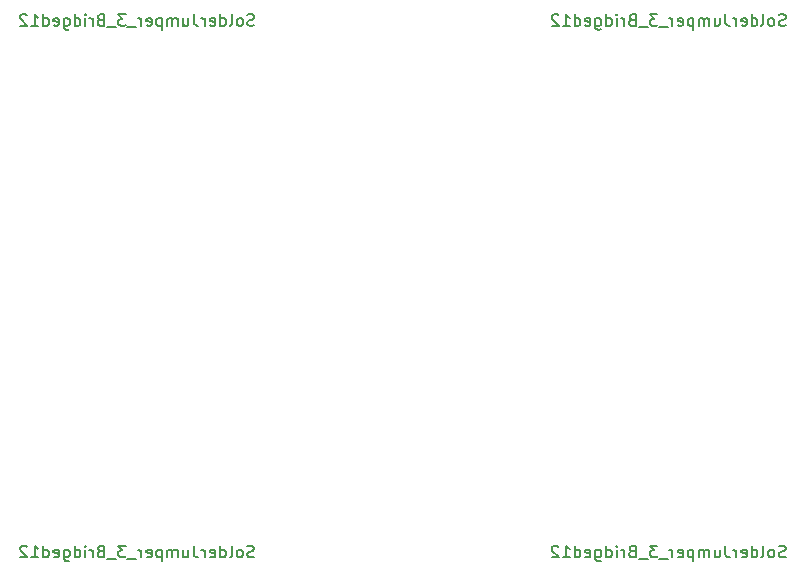
<source format=gbr>
%TF.GenerationSoftware,KiCad,Pcbnew,8.99.0-2433-g53022ab347*%
%TF.CreationDate,2024-09-29T16:39:53+02:00*%
%TF.ProjectId,BlinkyLoopSAO_2x2_panel,426c696e-6b79-44c6-9f6f-7053414f5f32,1.0*%
%TF.SameCoordinates,PX2faf080PY2faf080*%
%TF.FileFunction,AssemblyDrawing,Bot*%
%FSLAX46Y46*%
G04 Gerber Fmt 4.6, Leading zero omitted, Abs format (unit mm)*
G04 Created by KiCad (PCBNEW 8.99.0-2433-g53022ab347) date 2024-09-29 16:39:53*
%MOMM*%
%LPD*%
G01*
G04 APERTURE LIST*
%ADD10C,0.150000*%
G04 APERTURE END LIST*
D10*
X39704762Y-20807200D02*
X39561905Y-20854819D01*
X39561905Y-20854819D02*
X39323810Y-20854819D01*
X39323810Y-20854819D02*
X39228572Y-20807200D01*
X39228572Y-20807200D02*
X39180953Y-20759580D01*
X39180953Y-20759580D02*
X39133334Y-20664342D01*
X39133334Y-20664342D02*
X39133334Y-20569104D01*
X39133334Y-20569104D02*
X39180953Y-20473866D01*
X39180953Y-20473866D02*
X39228572Y-20426247D01*
X39228572Y-20426247D02*
X39323810Y-20378628D01*
X39323810Y-20378628D02*
X39514286Y-20331009D01*
X39514286Y-20331009D02*
X39609524Y-20283390D01*
X39609524Y-20283390D02*
X39657143Y-20235771D01*
X39657143Y-20235771D02*
X39704762Y-20140533D01*
X39704762Y-20140533D02*
X39704762Y-20045295D01*
X39704762Y-20045295D02*
X39657143Y-19950057D01*
X39657143Y-19950057D02*
X39609524Y-19902438D01*
X39609524Y-19902438D02*
X39514286Y-19854819D01*
X39514286Y-19854819D02*
X39276191Y-19854819D01*
X39276191Y-19854819D02*
X39133334Y-19902438D01*
X38561905Y-20854819D02*
X38657143Y-20807200D01*
X38657143Y-20807200D02*
X38704762Y-20759580D01*
X38704762Y-20759580D02*
X38752381Y-20664342D01*
X38752381Y-20664342D02*
X38752381Y-20378628D01*
X38752381Y-20378628D02*
X38704762Y-20283390D01*
X38704762Y-20283390D02*
X38657143Y-20235771D01*
X38657143Y-20235771D02*
X38561905Y-20188152D01*
X38561905Y-20188152D02*
X38419048Y-20188152D01*
X38419048Y-20188152D02*
X38323810Y-20235771D01*
X38323810Y-20235771D02*
X38276191Y-20283390D01*
X38276191Y-20283390D02*
X38228572Y-20378628D01*
X38228572Y-20378628D02*
X38228572Y-20664342D01*
X38228572Y-20664342D02*
X38276191Y-20759580D01*
X38276191Y-20759580D02*
X38323810Y-20807200D01*
X38323810Y-20807200D02*
X38419048Y-20854819D01*
X38419048Y-20854819D02*
X38561905Y-20854819D01*
X37657143Y-20854819D02*
X37752381Y-20807200D01*
X37752381Y-20807200D02*
X37800000Y-20711961D01*
X37800000Y-20711961D02*
X37800000Y-19854819D01*
X36847619Y-20854819D02*
X36847619Y-19854819D01*
X36847619Y-20807200D02*
X36942857Y-20854819D01*
X36942857Y-20854819D02*
X37133333Y-20854819D01*
X37133333Y-20854819D02*
X37228571Y-20807200D01*
X37228571Y-20807200D02*
X37276190Y-20759580D01*
X37276190Y-20759580D02*
X37323809Y-20664342D01*
X37323809Y-20664342D02*
X37323809Y-20378628D01*
X37323809Y-20378628D02*
X37276190Y-20283390D01*
X37276190Y-20283390D02*
X37228571Y-20235771D01*
X37228571Y-20235771D02*
X37133333Y-20188152D01*
X37133333Y-20188152D02*
X36942857Y-20188152D01*
X36942857Y-20188152D02*
X36847619Y-20235771D01*
X35990476Y-20807200D02*
X36085714Y-20854819D01*
X36085714Y-20854819D02*
X36276190Y-20854819D01*
X36276190Y-20854819D02*
X36371428Y-20807200D01*
X36371428Y-20807200D02*
X36419047Y-20711961D01*
X36419047Y-20711961D02*
X36419047Y-20331009D01*
X36419047Y-20331009D02*
X36371428Y-20235771D01*
X36371428Y-20235771D02*
X36276190Y-20188152D01*
X36276190Y-20188152D02*
X36085714Y-20188152D01*
X36085714Y-20188152D02*
X35990476Y-20235771D01*
X35990476Y-20235771D02*
X35942857Y-20331009D01*
X35942857Y-20331009D02*
X35942857Y-20426247D01*
X35942857Y-20426247D02*
X36419047Y-20521485D01*
X35514285Y-20854819D02*
X35514285Y-20188152D01*
X35514285Y-20378628D02*
X35466666Y-20283390D01*
X35466666Y-20283390D02*
X35419047Y-20235771D01*
X35419047Y-20235771D02*
X35323809Y-20188152D01*
X35323809Y-20188152D02*
X35228571Y-20188152D01*
X34609523Y-19854819D02*
X34609523Y-20569104D01*
X34609523Y-20569104D02*
X34657142Y-20711961D01*
X34657142Y-20711961D02*
X34752380Y-20807200D01*
X34752380Y-20807200D02*
X34895237Y-20854819D01*
X34895237Y-20854819D02*
X34990475Y-20854819D01*
X33704761Y-20188152D02*
X33704761Y-20854819D01*
X34133332Y-20188152D02*
X34133332Y-20711961D01*
X34133332Y-20711961D02*
X34085713Y-20807200D01*
X34085713Y-20807200D02*
X33990475Y-20854819D01*
X33990475Y-20854819D02*
X33847618Y-20854819D01*
X33847618Y-20854819D02*
X33752380Y-20807200D01*
X33752380Y-20807200D02*
X33704761Y-20759580D01*
X33228570Y-20854819D02*
X33228570Y-20188152D01*
X33228570Y-20283390D02*
X33180951Y-20235771D01*
X33180951Y-20235771D02*
X33085713Y-20188152D01*
X33085713Y-20188152D02*
X32942856Y-20188152D01*
X32942856Y-20188152D02*
X32847618Y-20235771D01*
X32847618Y-20235771D02*
X32799999Y-20331009D01*
X32799999Y-20331009D02*
X32799999Y-20854819D01*
X32799999Y-20331009D02*
X32752380Y-20235771D01*
X32752380Y-20235771D02*
X32657142Y-20188152D01*
X32657142Y-20188152D02*
X32514285Y-20188152D01*
X32514285Y-20188152D02*
X32419046Y-20235771D01*
X32419046Y-20235771D02*
X32371427Y-20331009D01*
X32371427Y-20331009D02*
X32371427Y-20854819D01*
X31895237Y-20188152D02*
X31895237Y-21188152D01*
X31895237Y-20235771D02*
X31799999Y-20188152D01*
X31799999Y-20188152D02*
X31609523Y-20188152D01*
X31609523Y-20188152D02*
X31514285Y-20235771D01*
X31514285Y-20235771D02*
X31466666Y-20283390D01*
X31466666Y-20283390D02*
X31419047Y-20378628D01*
X31419047Y-20378628D02*
X31419047Y-20664342D01*
X31419047Y-20664342D02*
X31466666Y-20759580D01*
X31466666Y-20759580D02*
X31514285Y-20807200D01*
X31514285Y-20807200D02*
X31609523Y-20854819D01*
X31609523Y-20854819D02*
X31799999Y-20854819D01*
X31799999Y-20854819D02*
X31895237Y-20807200D01*
X30609523Y-20807200D02*
X30704761Y-20854819D01*
X30704761Y-20854819D02*
X30895237Y-20854819D01*
X30895237Y-20854819D02*
X30990475Y-20807200D01*
X30990475Y-20807200D02*
X31038094Y-20711961D01*
X31038094Y-20711961D02*
X31038094Y-20331009D01*
X31038094Y-20331009D02*
X30990475Y-20235771D01*
X30990475Y-20235771D02*
X30895237Y-20188152D01*
X30895237Y-20188152D02*
X30704761Y-20188152D01*
X30704761Y-20188152D02*
X30609523Y-20235771D01*
X30609523Y-20235771D02*
X30561904Y-20331009D01*
X30561904Y-20331009D02*
X30561904Y-20426247D01*
X30561904Y-20426247D02*
X31038094Y-20521485D01*
X30133332Y-20854819D02*
X30133332Y-20188152D01*
X30133332Y-20378628D02*
X30085713Y-20283390D01*
X30085713Y-20283390D02*
X30038094Y-20235771D01*
X30038094Y-20235771D02*
X29942856Y-20188152D01*
X29942856Y-20188152D02*
X29847618Y-20188152D01*
X29752380Y-20950057D02*
X28990475Y-20950057D01*
X28847617Y-19854819D02*
X28228570Y-19854819D01*
X28228570Y-19854819D02*
X28561903Y-20235771D01*
X28561903Y-20235771D02*
X28419046Y-20235771D01*
X28419046Y-20235771D02*
X28323808Y-20283390D01*
X28323808Y-20283390D02*
X28276189Y-20331009D01*
X28276189Y-20331009D02*
X28228570Y-20426247D01*
X28228570Y-20426247D02*
X28228570Y-20664342D01*
X28228570Y-20664342D02*
X28276189Y-20759580D01*
X28276189Y-20759580D02*
X28323808Y-20807200D01*
X28323808Y-20807200D02*
X28419046Y-20854819D01*
X28419046Y-20854819D02*
X28704760Y-20854819D01*
X28704760Y-20854819D02*
X28799998Y-20807200D01*
X28799998Y-20807200D02*
X28847617Y-20759580D01*
X28038094Y-20950057D02*
X27276189Y-20950057D01*
X26704760Y-20331009D02*
X26561903Y-20378628D01*
X26561903Y-20378628D02*
X26514284Y-20426247D01*
X26514284Y-20426247D02*
X26466665Y-20521485D01*
X26466665Y-20521485D02*
X26466665Y-20664342D01*
X26466665Y-20664342D02*
X26514284Y-20759580D01*
X26514284Y-20759580D02*
X26561903Y-20807200D01*
X26561903Y-20807200D02*
X26657141Y-20854819D01*
X26657141Y-20854819D02*
X27038093Y-20854819D01*
X27038093Y-20854819D02*
X27038093Y-19854819D01*
X27038093Y-19854819D02*
X26704760Y-19854819D01*
X26704760Y-19854819D02*
X26609522Y-19902438D01*
X26609522Y-19902438D02*
X26561903Y-19950057D01*
X26561903Y-19950057D02*
X26514284Y-20045295D01*
X26514284Y-20045295D02*
X26514284Y-20140533D01*
X26514284Y-20140533D02*
X26561903Y-20235771D01*
X26561903Y-20235771D02*
X26609522Y-20283390D01*
X26609522Y-20283390D02*
X26704760Y-20331009D01*
X26704760Y-20331009D02*
X27038093Y-20331009D01*
X26038093Y-20854819D02*
X26038093Y-20188152D01*
X26038093Y-20378628D02*
X25990474Y-20283390D01*
X25990474Y-20283390D02*
X25942855Y-20235771D01*
X25942855Y-20235771D02*
X25847617Y-20188152D01*
X25847617Y-20188152D02*
X25752379Y-20188152D01*
X25419045Y-20854819D02*
X25419045Y-20188152D01*
X25419045Y-19854819D02*
X25466664Y-19902438D01*
X25466664Y-19902438D02*
X25419045Y-19950057D01*
X25419045Y-19950057D02*
X25371426Y-19902438D01*
X25371426Y-19902438D02*
X25419045Y-19854819D01*
X25419045Y-19854819D02*
X25419045Y-19950057D01*
X24514284Y-20854819D02*
X24514284Y-19854819D01*
X24514284Y-20807200D02*
X24609522Y-20854819D01*
X24609522Y-20854819D02*
X24799998Y-20854819D01*
X24799998Y-20854819D02*
X24895236Y-20807200D01*
X24895236Y-20807200D02*
X24942855Y-20759580D01*
X24942855Y-20759580D02*
X24990474Y-20664342D01*
X24990474Y-20664342D02*
X24990474Y-20378628D01*
X24990474Y-20378628D02*
X24942855Y-20283390D01*
X24942855Y-20283390D02*
X24895236Y-20235771D01*
X24895236Y-20235771D02*
X24799998Y-20188152D01*
X24799998Y-20188152D02*
X24609522Y-20188152D01*
X24609522Y-20188152D02*
X24514284Y-20235771D01*
X23609522Y-20188152D02*
X23609522Y-20997676D01*
X23609522Y-20997676D02*
X23657141Y-21092914D01*
X23657141Y-21092914D02*
X23704760Y-21140533D01*
X23704760Y-21140533D02*
X23799998Y-21188152D01*
X23799998Y-21188152D02*
X23942855Y-21188152D01*
X23942855Y-21188152D02*
X24038093Y-21140533D01*
X23609522Y-20807200D02*
X23704760Y-20854819D01*
X23704760Y-20854819D02*
X23895236Y-20854819D01*
X23895236Y-20854819D02*
X23990474Y-20807200D01*
X23990474Y-20807200D02*
X24038093Y-20759580D01*
X24038093Y-20759580D02*
X24085712Y-20664342D01*
X24085712Y-20664342D02*
X24085712Y-20378628D01*
X24085712Y-20378628D02*
X24038093Y-20283390D01*
X24038093Y-20283390D02*
X23990474Y-20235771D01*
X23990474Y-20235771D02*
X23895236Y-20188152D01*
X23895236Y-20188152D02*
X23704760Y-20188152D01*
X23704760Y-20188152D02*
X23609522Y-20235771D01*
X22752379Y-20807200D02*
X22847617Y-20854819D01*
X22847617Y-20854819D02*
X23038093Y-20854819D01*
X23038093Y-20854819D02*
X23133331Y-20807200D01*
X23133331Y-20807200D02*
X23180950Y-20711961D01*
X23180950Y-20711961D02*
X23180950Y-20331009D01*
X23180950Y-20331009D02*
X23133331Y-20235771D01*
X23133331Y-20235771D02*
X23038093Y-20188152D01*
X23038093Y-20188152D02*
X22847617Y-20188152D01*
X22847617Y-20188152D02*
X22752379Y-20235771D01*
X22752379Y-20235771D02*
X22704760Y-20331009D01*
X22704760Y-20331009D02*
X22704760Y-20426247D01*
X22704760Y-20426247D02*
X23180950Y-20521485D01*
X21847617Y-20854819D02*
X21847617Y-19854819D01*
X21847617Y-20807200D02*
X21942855Y-20854819D01*
X21942855Y-20854819D02*
X22133331Y-20854819D01*
X22133331Y-20854819D02*
X22228569Y-20807200D01*
X22228569Y-20807200D02*
X22276188Y-20759580D01*
X22276188Y-20759580D02*
X22323807Y-20664342D01*
X22323807Y-20664342D02*
X22323807Y-20378628D01*
X22323807Y-20378628D02*
X22276188Y-20283390D01*
X22276188Y-20283390D02*
X22228569Y-20235771D01*
X22228569Y-20235771D02*
X22133331Y-20188152D01*
X22133331Y-20188152D02*
X21942855Y-20188152D01*
X21942855Y-20188152D02*
X21847617Y-20235771D01*
X20847617Y-20854819D02*
X21419045Y-20854819D01*
X21133331Y-20854819D02*
X21133331Y-19854819D01*
X21133331Y-19854819D02*
X21228569Y-19997676D01*
X21228569Y-19997676D02*
X21323807Y-20092914D01*
X21323807Y-20092914D02*
X21419045Y-20140533D01*
X20466664Y-19950057D02*
X20419045Y-19902438D01*
X20419045Y-19902438D02*
X20323807Y-19854819D01*
X20323807Y-19854819D02*
X20085712Y-19854819D01*
X20085712Y-19854819D02*
X19990474Y-19902438D01*
X19990474Y-19902438D02*
X19942855Y-19950057D01*
X19942855Y-19950057D02*
X19895236Y-20045295D01*
X19895236Y-20045295D02*
X19895236Y-20140533D01*
X19895236Y-20140533D02*
X19942855Y-20283390D01*
X19942855Y-20283390D02*
X20514283Y-20854819D01*
X20514283Y-20854819D02*
X19895236Y-20854819D01*
X84704762Y-20807200D02*
X84561905Y-20854819D01*
X84561905Y-20854819D02*
X84323810Y-20854819D01*
X84323810Y-20854819D02*
X84228572Y-20807200D01*
X84228572Y-20807200D02*
X84180953Y-20759580D01*
X84180953Y-20759580D02*
X84133334Y-20664342D01*
X84133334Y-20664342D02*
X84133334Y-20569104D01*
X84133334Y-20569104D02*
X84180953Y-20473866D01*
X84180953Y-20473866D02*
X84228572Y-20426247D01*
X84228572Y-20426247D02*
X84323810Y-20378628D01*
X84323810Y-20378628D02*
X84514286Y-20331009D01*
X84514286Y-20331009D02*
X84609524Y-20283390D01*
X84609524Y-20283390D02*
X84657143Y-20235771D01*
X84657143Y-20235771D02*
X84704762Y-20140533D01*
X84704762Y-20140533D02*
X84704762Y-20045295D01*
X84704762Y-20045295D02*
X84657143Y-19950057D01*
X84657143Y-19950057D02*
X84609524Y-19902438D01*
X84609524Y-19902438D02*
X84514286Y-19854819D01*
X84514286Y-19854819D02*
X84276191Y-19854819D01*
X84276191Y-19854819D02*
X84133334Y-19902438D01*
X83561905Y-20854819D02*
X83657143Y-20807200D01*
X83657143Y-20807200D02*
X83704762Y-20759580D01*
X83704762Y-20759580D02*
X83752381Y-20664342D01*
X83752381Y-20664342D02*
X83752381Y-20378628D01*
X83752381Y-20378628D02*
X83704762Y-20283390D01*
X83704762Y-20283390D02*
X83657143Y-20235771D01*
X83657143Y-20235771D02*
X83561905Y-20188152D01*
X83561905Y-20188152D02*
X83419048Y-20188152D01*
X83419048Y-20188152D02*
X83323810Y-20235771D01*
X83323810Y-20235771D02*
X83276191Y-20283390D01*
X83276191Y-20283390D02*
X83228572Y-20378628D01*
X83228572Y-20378628D02*
X83228572Y-20664342D01*
X83228572Y-20664342D02*
X83276191Y-20759580D01*
X83276191Y-20759580D02*
X83323810Y-20807200D01*
X83323810Y-20807200D02*
X83419048Y-20854819D01*
X83419048Y-20854819D02*
X83561905Y-20854819D01*
X82657143Y-20854819D02*
X82752381Y-20807200D01*
X82752381Y-20807200D02*
X82800000Y-20711961D01*
X82800000Y-20711961D02*
X82800000Y-19854819D01*
X81847619Y-20854819D02*
X81847619Y-19854819D01*
X81847619Y-20807200D02*
X81942857Y-20854819D01*
X81942857Y-20854819D02*
X82133333Y-20854819D01*
X82133333Y-20854819D02*
X82228571Y-20807200D01*
X82228571Y-20807200D02*
X82276190Y-20759580D01*
X82276190Y-20759580D02*
X82323809Y-20664342D01*
X82323809Y-20664342D02*
X82323809Y-20378628D01*
X82323809Y-20378628D02*
X82276190Y-20283390D01*
X82276190Y-20283390D02*
X82228571Y-20235771D01*
X82228571Y-20235771D02*
X82133333Y-20188152D01*
X82133333Y-20188152D02*
X81942857Y-20188152D01*
X81942857Y-20188152D02*
X81847619Y-20235771D01*
X80990476Y-20807200D02*
X81085714Y-20854819D01*
X81085714Y-20854819D02*
X81276190Y-20854819D01*
X81276190Y-20854819D02*
X81371428Y-20807200D01*
X81371428Y-20807200D02*
X81419047Y-20711961D01*
X81419047Y-20711961D02*
X81419047Y-20331009D01*
X81419047Y-20331009D02*
X81371428Y-20235771D01*
X81371428Y-20235771D02*
X81276190Y-20188152D01*
X81276190Y-20188152D02*
X81085714Y-20188152D01*
X81085714Y-20188152D02*
X80990476Y-20235771D01*
X80990476Y-20235771D02*
X80942857Y-20331009D01*
X80942857Y-20331009D02*
X80942857Y-20426247D01*
X80942857Y-20426247D02*
X81419047Y-20521485D01*
X80514285Y-20854819D02*
X80514285Y-20188152D01*
X80514285Y-20378628D02*
X80466666Y-20283390D01*
X80466666Y-20283390D02*
X80419047Y-20235771D01*
X80419047Y-20235771D02*
X80323809Y-20188152D01*
X80323809Y-20188152D02*
X80228571Y-20188152D01*
X79609523Y-19854819D02*
X79609523Y-20569104D01*
X79609523Y-20569104D02*
X79657142Y-20711961D01*
X79657142Y-20711961D02*
X79752380Y-20807200D01*
X79752380Y-20807200D02*
X79895237Y-20854819D01*
X79895237Y-20854819D02*
X79990475Y-20854819D01*
X78704761Y-20188152D02*
X78704761Y-20854819D01*
X79133332Y-20188152D02*
X79133332Y-20711961D01*
X79133332Y-20711961D02*
X79085713Y-20807200D01*
X79085713Y-20807200D02*
X78990475Y-20854819D01*
X78990475Y-20854819D02*
X78847618Y-20854819D01*
X78847618Y-20854819D02*
X78752380Y-20807200D01*
X78752380Y-20807200D02*
X78704761Y-20759580D01*
X78228570Y-20854819D02*
X78228570Y-20188152D01*
X78228570Y-20283390D02*
X78180951Y-20235771D01*
X78180951Y-20235771D02*
X78085713Y-20188152D01*
X78085713Y-20188152D02*
X77942856Y-20188152D01*
X77942856Y-20188152D02*
X77847618Y-20235771D01*
X77847618Y-20235771D02*
X77799999Y-20331009D01*
X77799999Y-20331009D02*
X77799999Y-20854819D01*
X77799999Y-20331009D02*
X77752380Y-20235771D01*
X77752380Y-20235771D02*
X77657142Y-20188152D01*
X77657142Y-20188152D02*
X77514285Y-20188152D01*
X77514285Y-20188152D02*
X77419046Y-20235771D01*
X77419046Y-20235771D02*
X77371427Y-20331009D01*
X77371427Y-20331009D02*
X77371427Y-20854819D01*
X76895237Y-20188152D02*
X76895237Y-21188152D01*
X76895237Y-20235771D02*
X76799999Y-20188152D01*
X76799999Y-20188152D02*
X76609523Y-20188152D01*
X76609523Y-20188152D02*
X76514285Y-20235771D01*
X76514285Y-20235771D02*
X76466666Y-20283390D01*
X76466666Y-20283390D02*
X76419047Y-20378628D01*
X76419047Y-20378628D02*
X76419047Y-20664342D01*
X76419047Y-20664342D02*
X76466666Y-20759580D01*
X76466666Y-20759580D02*
X76514285Y-20807200D01*
X76514285Y-20807200D02*
X76609523Y-20854819D01*
X76609523Y-20854819D02*
X76799999Y-20854819D01*
X76799999Y-20854819D02*
X76895237Y-20807200D01*
X75609523Y-20807200D02*
X75704761Y-20854819D01*
X75704761Y-20854819D02*
X75895237Y-20854819D01*
X75895237Y-20854819D02*
X75990475Y-20807200D01*
X75990475Y-20807200D02*
X76038094Y-20711961D01*
X76038094Y-20711961D02*
X76038094Y-20331009D01*
X76038094Y-20331009D02*
X75990475Y-20235771D01*
X75990475Y-20235771D02*
X75895237Y-20188152D01*
X75895237Y-20188152D02*
X75704761Y-20188152D01*
X75704761Y-20188152D02*
X75609523Y-20235771D01*
X75609523Y-20235771D02*
X75561904Y-20331009D01*
X75561904Y-20331009D02*
X75561904Y-20426247D01*
X75561904Y-20426247D02*
X76038094Y-20521485D01*
X75133332Y-20854819D02*
X75133332Y-20188152D01*
X75133332Y-20378628D02*
X75085713Y-20283390D01*
X75085713Y-20283390D02*
X75038094Y-20235771D01*
X75038094Y-20235771D02*
X74942856Y-20188152D01*
X74942856Y-20188152D02*
X74847618Y-20188152D01*
X74752380Y-20950057D02*
X73990475Y-20950057D01*
X73847617Y-19854819D02*
X73228570Y-19854819D01*
X73228570Y-19854819D02*
X73561903Y-20235771D01*
X73561903Y-20235771D02*
X73419046Y-20235771D01*
X73419046Y-20235771D02*
X73323808Y-20283390D01*
X73323808Y-20283390D02*
X73276189Y-20331009D01*
X73276189Y-20331009D02*
X73228570Y-20426247D01*
X73228570Y-20426247D02*
X73228570Y-20664342D01*
X73228570Y-20664342D02*
X73276189Y-20759580D01*
X73276189Y-20759580D02*
X73323808Y-20807200D01*
X73323808Y-20807200D02*
X73419046Y-20854819D01*
X73419046Y-20854819D02*
X73704760Y-20854819D01*
X73704760Y-20854819D02*
X73799998Y-20807200D01*
X73799998Y-20807200D02*
X73847617Y-20759580D01*
X73038094Y-20950057D02*
X72276189Y-20950057D01*
X71704760Y-20331009D02*
X71561903Y-20378628D01*
X71561903Y-20378628D02*
X71514284Y-20426247D01*
X71514284Y-20426247D02*
X71466665Y-20521485D01*
X71466665Y-20521485D02*
X71466665Y-20664342D01*
X71466665Y-20664342D02*
X71514284Y-20759580D01*
X71514284Y-20759580D02*
X71561903Y-20807200D01*
X71561903Y-20807200D02*
X71657141Y-20854819D01*
X71657141Y-20854819D02*
X72038093Y-20854819D01*
X72038093Y-20854819D02*
X72038093Y-19854819D01*
X72038093Y-19854819D02*
X71704760Y-19854819D01*
X71704760Y-19854819D02*
X71609522Y-19902438D01*
X71609522Y-19902438D02*
X71561903Y-19950057D01*
X71561903Y-19950057D02*
X71514284Y-20045295D01*
X71514284Y-20045295D02*
X71514284Y-20140533D01*
X71514284Y-20140533D02*
X71561903Y-20235771D01*
X71561903Y-20235771D02*
X71609522Y-20283390D01*
X71609522Y-20283390D02*
X71704760Y-20331009D01*
X71704760Y-20331009D02*
X72038093Y-20331009D01*
X71038093Y-20854819D02*
X71038093Y-20188152D01*
X71038093Y-20378628D02*
X70990474Y-20283390D01*
X70990474Y-20283390D02*
X70942855Y-20235771D01*
X70942855Y-20235771D02*
X70847617Y-20188152D01*
X70847617Y-20188152D02*
X70752379Y-20188152D01*
X70419045Y-20854819D02*
X70419045Y-20188152D01*
X70419045Y-19854819D02*
X70466664Y-19902438D01*
X70466664Y-19902438D02*
X70419045Y-19950057D01*
X70419045Y-19950057D02*
X70371426Y-19902438D01*
X70371426Y-19902438D02*
X70419045Y-19854819D01*
X70419045Y-19854819D02*
X70419045Y-19950057D01*
X69514284Y-20854819D02*
X69514284Y-19854819D01*
X69514284Y-20807200D02*
X69609522Y-20854819D01*
X69609522Y-20854819D02*
X69799998Y-20854819D01*
X69799998Y-20854819D02*
X69895236Y-20807200D01*
X69895236Y-20807200D02*
X69942855Y-20759580D01*
X69942855Y-20759580D02*
X69990474Y-20664342D01*
X69990474Y-20664342D02*
X69990474Y-20378628D01*
X69990474Y-20378628D02*
X69942855Y-20283390D01*
X69942855Y-20283390D02*
X69895236Y-20235771D01*
X69895236Y-20235771D02*
X69799998Y-20188152D01*
X69799998Y-20188152D02*
X69609522Y-20188152D01*
X69609522Y-20188152D02*
X69514284Y-20235771D01*
X68609522Y-20188152D02*
X68609522Y-20997676D01*
X68609522Y-20997676D02*
X68657141Y-21092914D01*
X68657141Y-21092914D02*
X68704760Y-21140533D01*
X68704760Y-21140533D02*
X68799998Y-21188152D01*
X68799998Y-21188152D02*
X68942855Y-21188152D01*
X68942855Y-21188152D02*
X69038093Y-21140533D01*
X68609522Y-20807200D02*
X68704760Y-20854819D01*
X68704760Y-20854819D02*
X68895236Y-20854819D01*
X68895236Y-20854819D02*
X68990474Y-20807200D01*
X68990474Y-20807200D02*
X69038093Y-20759580D01*
X69038093Y-20759580D02*
X69085712Y-20664342D01*
X69085712Y-20664342D02*
X69085712Y-20378628D01*
X69085712Y-20378628D02*
X69038093Y-20283390D01*
X69038093Y-20283390D02*
X68990474Y-20235771D01*
X68990474Y-20235771D02*
X68895236Y-20188152D01*
X68895236Y-20188152D02*
X68704760Y-20188152D01*
X68704760Y-20188152D02*
X68609522Y-20235771D01*
X67752379Y-20807200D02*
X67847617Y-20854819D01*
X67847617Y-20854819D02*
X68038093Y-20854819D01*
X68038093Y-20854819D02*
X68133331Y-20807200D01*
X68133331Y-20807200D02*
X68180950Y-20711961D01*
X68180950Y-20711961D02*
X68180950Y-20331009D01*
X68180950Y-20331009D02*
X68133331Y-20235771D01*
X68133331Y-20235771D02*
X68038093Y-20188152D01*
X68038093Y-20188152D02*
X67847617Y-20188152D01*
X67847617Y-20188152D02*
X67752379Y-20235771D01*
X67752379Y-20235771D02*
X67704760Y-20331009D01*
X67704760Y-20331009D02*
X67704760Y-20426247D01*
X67704760Y-20426247D02*
X68180950Y-20521485D01*
X66847617Y-20854819D02*
X66847617Y-19854819D01*
X66847617Y-20807200D02*
X66942855Y-20854819D01*
X66942855Y-20854819D02*
X67133331Y-20854819D01*
X67133331Y-20854819D02*
X67228569Y-20807200D01*
X67228569Y-20807200D02*
X67276188Y-20759580D01*
X67276188Y-20759580D02*
X67323807Y-20664342D01*
X67323807Y-20664342D02*
X67323807Y-20378628D01*
X67323807Y-20378628D02*
X67276188Y-20283390D01*
X67276188Y-20283390D02*
X67228569Y-20235771D01*
X67228569Y-20235771D02*
X67133331Y-20188152D01*
X67133331Y-20188152D02*
X66942855Y-20188152D01*
X66942855Y-20188152D02*
X66847617Y-20235771D01*
X65847617Y-20854819D02*
X66419045Y-20854819D01*
X66133331Y-20854819D02*
X66133331Y-19854819D01*
X66133331Y-19854819D02*
X66228569Y-19997676D01*
X66228569Y-19997676D02*
X66323807Y-20092914D01*
X66323807Y-20092914D02*
X66419045Y-20140533D01*
X65466664Y-19950057D02*
X65419045Y-19902438D01*
X65419045Y-19902438D02*
X65323807Y-19854819D01*
X65323807Y-19854819D02*
X65085712Y-19854819D01*
X65085712Y-19854819D02*
X64990474Y-19902438D01*
X64990474Y-19902438D02*
X64942855Y-19950057D01*
X64942855Y-19950057D02*
X64895236Y-20045295D01*
X64895236Y-20045295D02*
X64895236Y-20140533D01*
X64895236Y-20140533D02*
X64942855Y-20283390D01*
X64942855Y-20283390D02*
X65514283Y-20854819D01*
X65514283Y-20854819D02*
X64895236Y-20854819D01*
X39704762Y-65807200D02*
X39561905Y-65854819D01*
X39561905Y-65854819D02*
X39323810Y-65854819D01*
X39323810Y-65854819D02*
X39228572Y-65807200D01*
X39228572Y-65807200D02*
X39180953Y-65759580D01*
X39180953Y-65759580D02*
X39133334Y-65664342D01*
X39133334Y-65664342D02*
X39133334Y-65569104D01*
X39133334Y-65569104D02*
X39180953Y-65473866D01*
X39180953Y-65473866D02*
X39228572Y-65426247D01*
X39228572Y-65426247D02*
X39323810Y-65378628D01*
X39323810Y-65378628D02*
X39514286Y-65331009D01*
X39514286Y-65331009D02*
X39609524Y-65283390D01*
X39609524Y-65283390D02*
X39657143Y-65235771D01*
X39657143Y-65235771D02*
X39704762Y-65140533D01*
X39704762Y-65140533D02*
X39704762Y-65045295D01*
X39704762Y-65045295D02*
X39657143Y-64950057D01*
X39657143Y-64950057D02*
X39609524Y-64902438D01*
X39609524Y-64902438D02*
X39514286Y-64854819D01*
X39514286Y-64854819D02*
X39276191Y-64854819D01*
X39276191Y-64854819D02*
X39133334Y-64902438D01*
X38561905Y-65854819D02*
X38657143Y-65807200D01*
X38657143Y-65807200D02*
X38704762Y-65759580D01*
X38704762Y-65759580D02*
X38752381Y-65664342D01*
X38752381Y-65664342D02*
X38752381Y-65378628D01*
X38752381Y-65378628D02*
X38704762Y-65283390D01*
X38704762Y-65283390D02*
X38657143Y-65235771D01*
X38657143Y-65235771D02*
X38561905Y-65188152D01*
X38561905Y-65188152D02*
X38419048Y-65188152D01*
X38419048Y-65188152D02*
X38323810Y-65235771D01*
X38323810Y-65235771D02*
X38276191Y-65283390D01*
X38276191Y-65283390D02*
X38228572Y-65378628D01*
X38228572Y-65378628D02*
X38228572Y-65664342D01*
X38228572Y-65664342D02*
X38276191Y-65759580D01*
X38276191Y-65759580D02*
X38323810Y-65807200D01*
X38323810Y-65807200D02*
X38419048Y-65854819D01*
X38419048Y-65854819D02*
X38561905Y-65854819D01*
X37657143Y-65854819D02*
X37752381Y-65807200D01*
X37752381Y-65807200D02*
X37800000Y-65711961D01*
X37800000Y-65711961D02*
X37800000Y-64854819D01*
X36847619Y-65854819D02*
X36847619Y-64854819D01*
X36847619Y-65807200D02*
X36942857Y-65854819D01*
X36942857Y-65854819D02*
X37133333Y-65854819D01*
X37133333Y-65854819D02*
X37228571Y-65807200D01*
X37228571Y-65807200D02*
X37276190Y-65759580D01*
X37276190Y-65759580D02*
X37323809Y-65664342D01*
X37323809Y-65664342D02*
X37323809Y-65378628D01*
X37323809Y-65378628D02*
X37276190Y-65283390D01*
X37276190Y-65283390D02*
X37228571Y-65235771D01*
X37228571Y-65235771D02*
X37133333Y-65188152D01*
X37133333Y-65188152D02*
X36942857Y-65188152D01*
X36942857Y-65188152D02*
X36847619Y-65235771D01*
X35990476Y-65807200D02*
X36085714Y-65854819D01*
X36085714Y-65854819D02*
X36276190Y-65854819D01*
X36276190Y-65854819D02*
X36371428Y-65807200D01*
X36371428Y-65807200D02*
X36419047Y-65711961D01*
X36419047Y-65711961D02*
X36419047Y-65331009D01*
X36419047Y-65331009D02*
X36371428Y-65235771D01*
X36371428Y-65235771D02*
X36276190Y-65188152D01*
X36276190Y-65188152D02*
X36085714Y-65188152D01*
X36085714Y-65188152D02*
X35990476Y-65235771D01*
X35990476Y-65235771D02*
X35942857Y-65331009D01*
X35942857Y-65331009D02*
X35942857Y-65426247D01*
X35942857Y-65426247D02*
X36419047Y-65521485D01*
X35514285Y-65854819D02*
X35514285Y-65188152D01*
X35514285Y-65378628D02*
X35466666Y-65283390D01*
X35466666Y-65283390D02*
X35419047Y-65235771D01*
X35419047Y-65235771D02*
X35323809Y-65188152D01*
X35323809Y-65188152D02*
X35228571Y-65188152D01*
X34609523Y-64854819D02*
X34609523Y-65569104D01*
X34609523Y-65569104D02*
X34657142Y-65711961D01*
X34657142Y-65711961D02*
X34752380Y-65807200D01*
X34752380Y-65807200D02*
X34895237Y-65854819D01*
X34895237Y-65854819D02*
X34990475Y-65854819D01*
X33704761Y-65188152D02*
X33704761Y-65854819D01*
X34133332Y-65188152D02*
X34133332Y-65711961D01*
X34133332Y-65711961D02*
X34085713Y-65807200D01*
X34085713Y-65807200D02*
X33990475Y-65854819D01*
X33990475Y-65854819D02*
X33847618Y-65854819D01*
X33847618Y-65854819D02*
X33752380Y-65807200D01*
X33752380Y-65807200D02*
X33704761Y-65759580D01*
X33228570Y-65854819D02*
X33228570Y-65188152D01*
X33228570Y-65283390D02*
X33180951Y-65235771D01*
X33180951Y-65235771D02*
X33085713Y-65188152D01*
X33085713Y-65188152D02*
X32942856Y-65188152D01*
X32942856Y-65188152D02*
X32847618Y-65235771D01*
X32847618Y-65235771D02*
X32799999Y-65331009D01*
X32799999Y-65331009D02*
X32799999Y-65854819D01*
X32799999Y-65331009D02*
X32752380Y-65235771D01*
X32752380Y-65235771D02*
X32657142Y-65188152D01*
X32657142Y-65188152D02*
X32514285Y-65188152D01*
X32514285Y-65188152D02*
X32419046Y-65235771D01*
X32419046Y-65235771D02*
X32371427Y-65331009D01*
X32371427Y-65331009D02*
X32371427Y-65854819D01*
X31895237Y-65188152D02*
X31895237Y-66188152D01*
X31895237Y-65235771D02*
X31799999Y-65188152D01*
X31799999Y-65188152D02*
X31609523Y-65188152D01*
X31609523Y-65188152D02*
X31514285Y-65235771D01*
X31514285Y-65235771D02*
X31466666Y-65283390D01*
X31466666Y-65283390D02*
X31419047Y-65378628D01*
X31419047Y-65378628D02*
X31419047Y-65664342D01*
X31419047Y-65664342D02*
X31466666Y-65759580D01*
X31466666Y-65759580D02*
X31514285Y-65807200D01*
X31514285Y-65807200D02*
X31609523Y-65854819D01*
X31609523Y-65854819D02*
X31799999Y-65854819D01*
X31799999Y-65854819D02*
X31895237Y-65807200D01*
X30609523Y-65807200D02*
X30704761Y-65854819D01*
X30704761Y-65854819D02*
X30895237Y-65854819D01*
X30895237Y-65854819D02*
X30990475Y-65807200D01*
X30990475Y-65807200D02*
X31038094Y-65711961D01*
X31038094Y-65711961D02*
X31038094Y-65331009D01*
X31038094Y-65331009D02*
X30990475Y-65235771D01*
X30990475Y-65235771D02*
X30895237Y-65188152D01*
X30895237Y-65188152D02*
X30704761Y-65188152D01*
X30704761Y-65188152D02*
X30609523Y-65235771D01*
X30609523Y-65235771D02*
X30561904Y-65331009D01*
X30561904Y-65331009D02*
X30561904Y-65426247D01*
X30561904Y-65426247D02*
X31038094Y-65521485D01*
X30133332Y-65854819D02*
X30133332Y-65188152D01*
X30133332Y-65378628D02*
X30085713Y-65283390D01*
X30085713Y-65283390D02*
X30038094Y-65235771D01*
X30038094Y-65235771D02*
X29942856Y-65188152D01*
X29942856Y-65188152D02*
X29847618Y-65188152D01*
X29752380Y-65950057D02*
X28990475Y-65950057D01*
X28847617Y-64854819D02*
X28228570Y-64854819D01*
X28228570Y-64854819D02*
X28561903Y-65235771D01*
X28561903Y-65235771D02*
X28419046Y-65235771D01*
X28419046Y-65235771D02*
X28323808Y-65283390D01*
X28323808Y-65283390D02*
X28276189Y-65331009D01*
X28276189Y-65331009D02*
X28228570Y-65426247D01*
X28228570Y-65426247D02*
X28228570Y-65664342D01*
X28228570Y-65664342D02*
X28276189Y-65759580D01*
X28276189Y-65759580D02*
X28323808Y-65807200D01*
X28323808Y-65807200D02*
X28419046Y-65854819D01*
X28419046Y-65854819D02*
X28704760Y-65854819D01*
X28704760Y-65854819D02*
X28799998Y-65807200D01*
X28799998Y-65807200D02*
X28847617Y-65759580D01*
X28038094Y-65950057D02*
X27276189Y-65950057D01*
X26704760Y-65331009D02*
X26561903Y-65378628D01*
X26561903Y-65378628D02*
X26514284Y-65426247D01*
X26514284Y-65426247D02*
X26466665Y-65521485D01*
X26466665Y-65521485D02*
X26466665Y-65664342D01*
X26466665Y-65664342D02*
X26514284Y-65759580D01*
X26514284Y-65759580D02*
X26561903Y-65807200D01*
X26561903Y-65807200D02*
X26657141Y-65854819D01*
X26657141Y-65854819D02*
X27038093Y-65854819D01*
X27038093Y-65854819D02*
X27038093Y-64854819D01*
X27038093Y-64854819D02*
X26704760Y-64854819D01*
X26704760Y-64854819D02*
X26609522Y-64902438D01*
X26609522Y-64902438D02*
X26561903Y-64950057D01*
X26561903Y-64950057D02*
X26514284Y-65045295D01*
X26514284Y-65045295D02*
X26514284Y-65140533D01*
X26514284Y-65140533D02*
X26561903Y-65235771D01*
X26561903Y-65235771D02*
X26609522Y-65283390D01*
X26609522Y-65283390D02*
X26704760Y-65331009D01*
X26704760Y-65331009D02*
X27038093Y-65331009D01*
X26038093Y-65854819D02*
X26038093Y-65188152D01*
X26038093Y-65378628D02*
X25990474Y-65283390D01*
X25990474Y-65283390D02*
X25942855Y-65235771D01*
X25942855Y-65235771D02*
X25847617Y-65188152D01*
X25847617Y-65188152D02*
X25752379Y-65188152D01*
X25419045Y-65854819D02*
X25419045Y-65188152D01*
X25419045Y-64854819D02*
X25466664Y-64902438D01*
X25466664Y-64902438D02*
X25419045Y-64950057D01*
X25419045Y-64950057D02*
X25371426Y-64902438D01*
X25371426Y-64902438D02*
X25419045Y-64854819D01*
X25419045Y-64854819D02*
X25419045Y-64950057D01*
X24514284Y-65854819D02*
X24514284Y-64854819D01*
X24514284Y-65807200D02*
X24609522Y-65854819D01*
X24609522Y-65854819D02*
X24799998Y-65854819D01*
X24799998Y-65854819D02*
X24895236Y-65807200D01*
X24895236Y-65807200D02*
X24942855Y-65759580D01*
X24942855Y-65759580D02*
X24990474Y-65664342D01*
X24990474Y-65664342D02*
X24990474Y-65378628D01*
X24990474Y-65378628D02*
X24942855Y-65283390D01*
X24942855Y-65283390D02*
X24895236Y-65235771D01*
X24895236Y-65235771D02*
X24799998Y-65188152D01*
X24799998Y-65188152D02*
X24609522Y-65188152D01*
X24609522Y-65188152D02*
X24514284Y-65235771D01*
X23609522Y-65188152D02*
X23609522Y-65997676D01*
X23609522Y-65997676D02*
X23657141Y-66092914D01*
X23657141Y-66092914D02*
X23704760Y-66140533D01*
X23704760Y-66140533D02*
X23799998Y-66188152D01*
X23799998Y-66188152D02*
X23942855Y-66188152D01*
X23942855Y-66188152D02*
X24038093Y-66140533D01*
X23609522Y-65807200D02*
X23704760Y-65854819D01*
X23704760Y-65854819D02*
X23895236Y-65854819D01*
X23895236Y-65854819D02*
X23990474Y-65807200D01*
X23990474Y-65807200D02*
X24038093Y-65759580D01*
X24038093Y-65759580D02*
X24085712Y-65664342D01*
X24085712Y-65664342D02*
X24085712Y-65378628D01*
X24085712Y-65378628D02*
X24038093Y-65283390D01*
X24038093Y-65283390D02*
X23990474Y-65235771D01*
X23990474Y-65235771D02*
X23895236Y-65188152D01*
X23895236Y-65188152D02*
X23704760Y-65188152D01*
X23704760Y-65188152D02*
X23609522Y-65235771D01*
X22752379Y-65807200D02*
X22847617Y-65854819D01*
X22847617Y-65854819D02*
X23038093Y-65854819D01*
X23038093Y-65854819D02*
X23133331Y-65807200D01*
X23133331Y-65807200D02*
X23180950Y-65711961D01*
X23180950Y-65711961D02*
X23180950Y-65331009D01*
X23180950Y-65331009D02*
X23133331Y-65235771D01*
X23133331Y-65235771D02*
X23038093Y-65188152D01*
X23038093Y-65188152D02*
X22847617Y-65188152D01*
X22847617Y-65188152D02*
X22752379Y-65235771D01*
X22752379Y-65235771D02*
X22704760Y-65331009D01*
X22704760Y-65331009D02*
X22704760Y-65426247D01*
X22704760Y-65426247D02*
X23180950Y-65521485D01*
X21847617Y-65854819D02*
X21847617Y-64854819D01*
X21847617Y-65807200D02*
X21942855Y-65854819D01*
X21942855Y-65854819D02*
X22133331Y-65854819D01*
X22133331Y-65854819D02*
X22228569Y-65807200D01*
X22228569Y-65807200D02*
X22276188Y-65759580D01*
X22276188Y-65759580D02*
X22323807Y-65664342D01*
X22323807Y-65664342D02*
X22323807Y-65378628D01*
X22323807Y-65378628D02*
X22276188Y-65283390D01*
X22276188Y-65283390D02*
X22228569Y-65235771D01*
X22228569Y-65235771D02*
X22133331Y-65188152D01*
X22133331Y-65188152D02*
X21942855Y-65188152D01*
X21942855Y-65188152D02*
X21847617Y-65235771D01*
X20847617Y-65854819D02*
X21419045Y-65854819D01*
X21133331Y-65854819D02*
X21133331Y-64854819D01*
X21133331Y-64854819D02*
X21228569Y-64997676D01*
X21228569Y-64997676D02*
X21323807Y-65092914D01*
X21323807Y-65092914D02*
X21419045Y-65140533D01*
X20466664Y-64950057D02*
X20419045Y-64902438D01*
X20419045Y-64902438D02*
X20323807Y-64854819D01*
X20323807Y-64854819D02*
X20085712Y-64854819D01*
X20085712Y-64854819D02*
X19990474Y-64902438D01*
X19990474Y-64902438D02*
X19942855Y-64950057D01*
X19942855Y-64950057D02*
X19895236Y-65045295D01*
X19895236Y-65045295D02*
X19895236Y-65140533D01*
X19895236Y-65140533D02*
X19942855Y-65283390D01*
X19942855Y-65283390D02*
X20514283Y-65854819D01*
X20514283Y-65854819D02*
X19895236Y-65854819D01*
X84704762Y-65807200D02*
X84561905Y-65854819D01*
X84561905Y-65854819D02*
X84323810Y-65854819D01*
X84323810Y-65854819D02*
X84228572Y-65807200D01*
X84228572Y-65807200D02*
X84180953Y-65759580D01*
X84180953Y-65759580D02*
X84133334Y-65664342D01*
X84133334Y-65664342D02*
X84133334Y-65569104D01*
X84133334Y-65569104D02*
X84180953Y-65473866D01*
X84180953Y-65473866D02*
X84228572Y-65426247D01*
X84228572Y-65426247D02*
X84323810Y-65378628D01*
X84323810Y-65378628D02*
X84514286Y-65331009D01*
X84514286Y-65331009D02*
X84609524Y-65283390D01*
X84609524Y-65283390D02*
X84657143Y-65235771D01*
X84657143Y-65235771D02*
X84704762Y-65140533D01*
X84704762Y-65140533D02*
X84704762Y-65045295D01*
X84704762Y-65045295D02*
X84657143Y-64950057D01*
X84657143Y-64950057D02*
X84609524Y-64902438D01*
X84609524Y-64902438D02*
X84514286Y-64854819D01*
X84514286Y-64854819D02*
X84276191Y-64854819D01*
X84276191Y-64854819D02*
X84133334Y-64902438D01*
X83561905Y-65854819D02*
X83657143Y-65807200D01*
X83657143Y-65807200D02*
X83704762Y-65759580D01*
X83704762Y-65759580D02*
X83752381Y-65664342D01*
X83752381Y-65664342D02*
X83752381Y-65378628D01*
X83752381Y-65378628D02*
X83704762Y-65283390D01*
X83704762Y-65283390D02*
X83657143Y-65235771D01*
X83657143Y-65235771D02*
X83561905Y-65188152D01*
X83561905Y-65188152D02*
X83419048Y-65188152D01*
X83419048Y-65188152D02*
X83323810Y-65235771D01*
X83323810Y-65235771D02*
X83276191Y-65283390D01*
X83276191Y-65283390D02*
X83228572Y-65378628D01*
X83228572Y-65378628D02*
X83228572Y-65664342D01*
X83228572Y-65664342D02*
X83276191Y-65759580D01*
X83276191Y-65759580D02*
X83323810Y-65807200D01*
X83323810Y-65807200D02*
X83419048Y-65854819D01*
X83419048Y-65854819D02*
X83561905Y-65854819D01*
X82657143Y-65854819D02*
X82752381Y-65807200D01*
X82752381Y-65807200D02*
X82800000Y-65711961D01*
X82800000Y-65711961D02*
X82800000Y-64854819D01*
X81847619Y-65854819D02*
X81847619Y-64854819D01*
X81847619Y-65807200D02*
X81942857Y-65854819D01*
X81942857Y-65854819D02*
X82133333Y-65854819D01*
X82133333Y-65854819D02*
X82228571Y-65807200D01*
X82228571Y-65807200D02*
X82276190Y-65759580D01*
X82276190Y-65759580D02*
X82323809Y-65664342D01*
X82323809Y-65664342D02*
X82323809Y-65378628D01*
X82323809Y-65378628D02*
X82276190Y-65283390D01*
X82276190Y-65283390D02*
X82228571Y-65235771D01*
X82228571Y-65235771D02*
X82133333Y-65188152D01*
X82133333Y-65188152D02*
X81942857Y-65188152D01*
X81942857Y-65188152D02*
X81847619Y-65235771D01*
X80990476Y-65807200D02*
X81085714Y-65854819D01*
X81085714Y-65854819D02*
X81276190Y-65854819D01*
X81276190Y-65854819D02*
X81371428Y-65807200D01*
X81371428Y-65807200D02*
X81419047Y-65711961D01*
X81419047Y-65711961D02*
X81419047Y-65331009D01*
X81419047Y-65331009D02*
X81371428Y-65235771D01*
X81371428Y-65235771D02*
X81276190Y-65188152D01*
X81276190Y-65188152D02*
X81085714Y-65188152D01*
X81085714Y-65188152D02*
X80990476Y-65235771D01*
X80990476Y-65235771D02*
X80942857Y-65331009D01*
X80942857Y-65331009D02*
X80942857Y-65426247D01*
X80942857Y-65426247D02*
X81419047Y-65521485D01*
X80514285Y-65854819D02*
X80514285Y-65188152D01*
X80514285Y-65378628D02*
X80466666Y-65283390D01*
X80466666Y-65283390D02*
X80419047Y-65235771D01*
X80419047Y-65235771D02*
X80323809Y-65188152D01*
X80323809Y-65188152D02*
X80228571Y-65188152D01*
X79609523Y-64854819D02*
X79609523Y-65569104D01*
X79609523Y-65569104D02*
X79657142Y-65711961D01*
X79657142Y-65711961D02*
X79752380Y-65807200D01*
X79752380Y-65807200D02*
X79895237Y-65854819D01*
X79895237Y-65854819D02*
X79990475Y-65854819D01*
X78704761Y-65188152D02*
X78704761Y-65854819D01*
X79133332Y-65188152D02*
X79133332Y-65711961D01*
X79133332Y-65711961D02*
X79085713Y-65807200D01*
X79085713Y-65807200D02*
X78990475Y-65854819D01*
X78990475Y-65854819D02*
X78847618Y-65854819D01*
X78847618Y-65854819D02*
X78752380Y-65807200D01*
X78752380Y-65807200D02*
X78704761Y-65759580D01*
X78228570Y-65854819D02*
X78228570Y-65188152D01*
X78228570Y-65283390D02*
X78180951Y-65235771D01*
X78180951Y-65235771D02*
X78085713Y-65188152D01*
X78085713Y-65188152D02*
X77942856Y-65188152D01*
X77942856Y-65188152D02*
X77847618Y-65235771D01*
X77847618Y-65235771D02*
X77799999Y-65331009D01*
X77799999Y-65331009D02*
X77799999Y-65854819D01*
X77799999Y-65331009D02*
X77752380Y-65235771D01*
X77752380Y-65235771D02*
X77657142Y-65188152D01*
X77657142Y-65188152D02*
X77514285Y-65188152D01*
X77514285Y-65188152D02*
X77419046Y-65235771D01*
X77419046Y-65235771D02*
X77371427Y-65331009D01*
X77371427Y-65331009D02*
X77371427Y-65854819D01*
X76895237Y-65188152D02*
X76895237Y-66188152D01*
X76895237Y-65235771D02*
X76799999Y-65188152D01*
X76799999Y-65188152D02*
X76609523Y-65188152D01*
X76609523Y-65188152D02*
X76514285Y-65235771D01*
X76514285Y-65235771D02*
X76466666Y-65283390D01*
X76466666Y-65283390D02*
X76419047Y-65378628D01*
X76419047Y-65378628D02*
X76419047Y-65664342D01*
X76419047Y-65664342D02*
X76466666Y-65759580D01*
X76466666Y-65759580D02*
X76514285Y-65807200D01*
X76514285Y-65807200D02*
X76609523Y-65854819D01*
X76609523Y-65854819D02*
X76799999Y-65854819D01*
X76799999Y-65854819D02*
X76895237Y-65807200D01*
X75609523Y-65807200D02*
X75704761Y-65854819D01*
X75704761Y-65854819D02*
X75895237Y-65854819D01*
X75895237Y-65854819D02*
X75990475Y-65807200D01*
X75990475Y-65807200D02*
X76038094Y-65711961D01*
X76038094Y-65711961D02*
X76038094Y-65331009D01*
X76038094Y-65331009D02*
X75990475Y-65235771D01*
X75990475Y-65235771D02*
X75895237Y-65188152D01*
X75895237Y-65188152D02*
X75704761Y-65188152D01*
X75704761Y-65188152D02*
X75609523Y-65235771D01*
X75609523Y-65235771D02*
X75561904Y-65331009D01*
X75561904Y-65331009D02*
X75561904Y-65426247D01*
X75561904Y-65426247D02*
X76038094Y-65521485D01*
X75133332Y-65854819D02*
X75133332Y-65188152D01*
X75133332Y-65378628D02*
X75085713Y-65283390D01*
X75085713Y-65283390D02*
X75038094Y-65235771D01*
X75038094Y-65235771D02*
X74942856Y-65188152D01*
X74942856Y-65188152D02*
X74847618Y-65188152D01*
X74752380Y-65950057D02*
X73990475Y-65950057D01*
X73847617Y-64854819D02*
X73228570Y-64854819D01*
X73228570Y-64854819D02*
X73561903Y-65235771D01*
X73561903Y-65235771D02*
X73419046Y-65235771D01*
X73419046Y-65235771D02*
X73323808Y-65283390D01*
X73323808Y-65283390D02*
X73276189Y-65331009D01*
X73276189Y-65331009D02*
X73228570Y-65426247D01*
X73228570Y-65426247D02*
X73228570Y-65664342D01*
X73228570Y-65664342D02*
X73276189Y-65759580D01*
X73276189Y-65759580D02*
X73323808Y-65807200D01*
X73323808Y-65807200D02*
X73419046Y-65854819D01*
X73419046Y-65854819D02*
X73704760Y-65854819D01*
X73704760Y-65854819D02*
X73799998Y-65807200D01*
X73799998Y-65807200D02*
X73847617Y-65759580D01*
X73038094Y-65950057D02*
X72276189Y-65950057D01*
X71704760Y-65331009D02*
X71561903Y-65378628D01*
X71561903Y-65378628D02*
X71514284Y-65426247D01*
X71514284Y-65426247D02*
X71466665Y-65521485D01*
X71466665Y-65521485D02*
X71466665Y-65664342D01*
X71466665Y-65664342D02*
X71514284Y-65759580D01*
X71514284Y-65759580D02*
X71561903Y-65807200D01*
X71561903Y-65807200D02*
X71657141Y-65854819D01*
X71657141Y-65854819D02*
X72038093Y-65854819D01*
X72038093Y-65854819D02*
X72038093Y-64854819D01*
X72038093Y-64854819D02*
X71704760Y-64854819D01*
X71704760Y-64854819D02*
X71609522Y-64902438D01*
X71609522Y-64902438D02*
X71561903Y-64950057D01*
X71561903Y-64950057D02*
X71514284Y-65045295D01*
X71514284Y-65045295D02*
X71514284Y-65140533D01*
X71514284Y-65140533D02*
X71561903Y-65235771D01*
X71561903Y-65235771D02*
X71609522Y-65283390D01*
X71609522Y-65283390D02*
X71704760Y-65331009D01*
X71704760Y-65331009D02*
X72038093Y-65331009D01*
X71038093Y-65854819D02*
X71038093Y-65188152D01*
X71038093Y-65378628D02*
X70990474Y-65283390D01*
X70990474Y-65283390D02*
X70942855Y-65235771D01*
X70942855Y-65235771D02*
X70847617Y-65188152D01*
X70847617Y-65188152D02*
X70752379Y-65188152D01*
X70419045Y-65854819D02*
X70419045Y-65188152D01*
X70419045Y-64854819D02*
X70466664Y-64902438D01*
X70466664Y-64902438D02*
X70419045Y-64950057D01*
X70419045Y-64950057D02*
X70371426Y-64902438D01*
X70371426Y-64902438D02*
X70419045Y-64854819D01*
X70419045Y-64854819D02*
X70419045Y-64950057D01*
X69514284Y-65854819D02*
X69514284Y-64854819D01*
X69514284Y-65807200D02*
X69609522Y-65854819D01*
X69609522Y-65854819D02*
X69799998Y-65854819D01*
X69799998Y-65854819D02*
X69895236Y-65807200D01*
X69895236Y-65807200D02*
X69942855Y-65759580D01*
X69942855Y-65759580D02*
X69990474Y-65664342D01*
X69990474Y-65664342D02*
X69990474Y-65378628D01*
X69990474Y-65378628D02*
X69942855Y-65283390D01*
X69942855Y-65283390D02*
X69895236Y-65235771D01*
X69895236Y-65235771D02*
X69799998Y-65188152D01*
X69799998Y-65188152D02*
X69609522Y-65188152D01*
X69609522Y-65188152D02*
X69514284Y-65235771D01*
X68609522Y-65188152D02*
X68609522Y-65997676D01*
X68609522Y-65997676D02*
X68657141Y-66092914D01*
X68657141Y-66092914D02*
X68704760Y-66140533D01*
X68704760Y-66140533D02*
X68799998Y-66188152D01*
X68799998Y-66188152D02*
X68942855Y-66188152D01*
X68942855Y-66188152D02*
X69038093Y-66140533D01*
X68609522Y-65807200D02*
X68704760Y-65854819D01*
X68704760Y-65854819D02*
X68895236Y-65854819D01*
X68895236Y-65854819D02*
X68990474Y-65807200D01*
X68990474Y-65807200D02*
X69038093Y-65759580D01*
X69038093Y-65759580D02*
X69085712Y-65664342D01*
X69085712Y-65664342D02*
X69085712Y-65378628D01*
X69085712Y-65378628D02*
X69038093Y-65283390D01*
X69038093Y-65283390D02*
X68990474Y-65235771D01*
X68990474Y-65235771D02*
X68895236Y-65188152D01*
X68895236Y-65188152D02*
X68704760Y-65188152D01*
X68704760Y-65188152D02*
X68609522Y-65235771D01*
X67752379Y-65807200D02*
X67847617Y-65854819D01*
X67847617Y-65854819D02*
X68038093Y-65854819D01*
X68038093Y-65854819D02*
X68133331Y-65807200D01*
X68133331Y-65807200D02*
X68180950Y-65711961D01*
X68180950Y-65711961D02*
X68180950Y-65331009D01*
X68180950Y-65331009D02*
X68133331Y-65235771D01*
X68133331Y-65235771D02*
X68038093Y-65188152D01*
X68038093Y-65188152D02*
X67847617Y-65188152D01*
X67847617Y-65188152D02*
X67752379Y-65235771D01*
X67752379Y-65235771D02*
X67704760Y-65331009D01*
X67704760Y-65331009D02*
X67704760Y-65426247D01*
X67704760Y-65426247D02*
X68180950Y-65521485D01*
X66847617Y-65854819D02*
X66847617Y-64854819D01*
X66847617Y-65807200D02*
X66942855Y-65854819D01*
X66942855Y-65854819D02*
X67133331Y-65854819D01*
X67133331Y-65854819D02*
X67228569Y-65807200D01*
X67228569Y-65807200D02*
X67276188Y-65759580D01*
X67276188Y-65759580D02*
X67323807Y-65664342D01*
X67323807Y-65664342D02*
X67323807Y-65378628D01*
X67323807Y-65378628D02*
X67276188Y-65283390D01*
X67276188Y-65283390D02*
X67228569Y-65235771D01*
X67228569Y-65235771D02*
X67133331Y-65188152D01*
X67133331Y-65188152D02*
X66942855Y-65188152D01*
X66942855Y-65188152D02*
X66847617Y-65235771D01*
X65847617Y-65854819D02*
X66419045Y-65854819D01*
X66133331Y-65854819D02*
X66133331Y-64854819D01*
X66133331Y-64854819D02*
X66228569Y-64997676D01*
X66228569Y-64997676D02*
X66323807Y-65092914D01*
X66323807Y-65092914D02*
X66419045Y-65140533D01*
X65466664Y-64950057D02*
X65419045Y-64902438D01*
X65419045Y-64902438D02*
X65323807Y-64854819D01*
X65323807Y-64854819D02*
X65085712Y-64854819D01*
X65085712Y-64854819D02*
X64990474Y-64902438D01*
X64990474Y-64902438D02*
X64942855Y-64950057D01*
X64942855Y-64950057D02*
X64895236Y-65045295D01*
X64895236Y-65045295D02*
X64895236Y-65140533D01*
X64895236Y-65140533D02*
X64942855Y-65283390D01*
X64942855Y-65283390D02*
X65514283Y-65854819D01*
X65514283Y-65854819D02*
X64895236Y-65854819D01*
M02*

</source>
